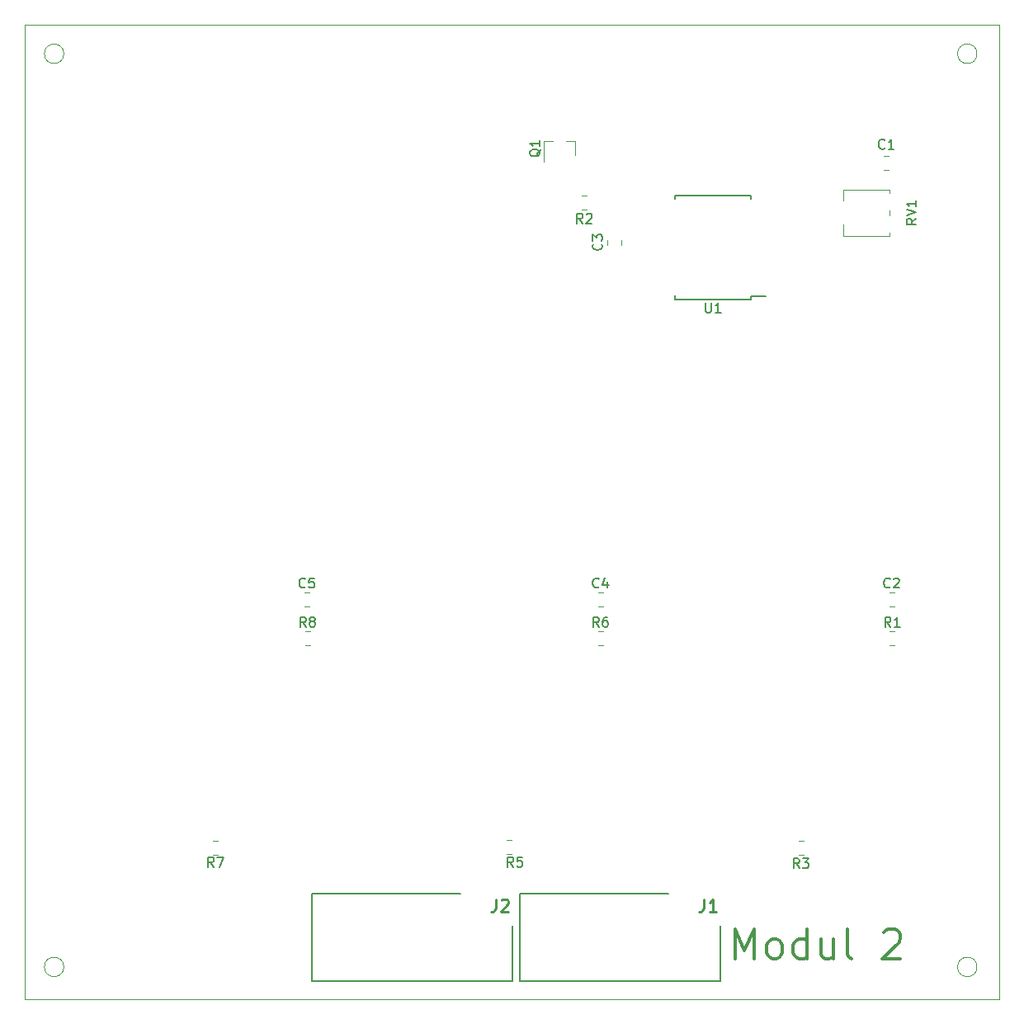
<source format=gbr>
%TF.GenerationSoftware,KiCad,Pcbnew,(5.0.0)*%
%TF.CreationDate,2020-03-24T12:10:01+01:00*%
%TF.ProjectId,Schaltplan_Modul2,536368616C74706C616E5F4D6F64756C,rev?*%
%TF.SameCoordinates,Original*%
%TF.FileFunction,Legend,Top*%
%TF.FilePolarity,Positive*%
%FSLAX46Y46*%
G04 Gerber Fmt 4.6, Leading zero omitted, Abs format (unit mm)*
G04 Created by KiCad (PCBNEW (5.0.0)) date 03/24/20 12:10:01*
%MOMM*%
%LPD*%
G01*
G04 APERTURE LIST*
%ADD10C,0.300000*%
%ADD11C,0.100000*%
%ADD12C,0.120000*%
%ADD13C,0.150000*%
%ADD14C,0.200000*%
%ADD15C,0.254000*%
G04 APERTURE END LIST*
D10*
X167136428Y-140600142D02*
X167136428Y-137600142D01*
X168136428Y-139743000D01*
X169136428Y-137600142D01*
X169136428Y-140600142D01*
X170993571Y-140600142D02*
X170707857Y-140457285D01*
X170565000Y-140314428D01*
X170422142Y-140028714D01*
X170422142Y-139171571D01*
X170565000Y-138885857D01*
X170707857Y-138743000D01*
X170993571Y-138600142D01*
X171422142Y-138600142D01*
X171707857Y-138743000D01*
X171850714Y-138885857D01*
X171993571Y-139171571D01*
X171993571Y-140028714D01*
X171850714Y-140314428D01*
X171707857Y-140457285D01*
X171422142Y-140600142D01*
X170993571Y-140600142D01*
X174565000Y-140600142D02*
X174565000Y-137600142D01*
X174565000Y-140457285D02*
X174279285Y-140600142D01*
X173707857Y-140600142D01*
X173422142Y-140457285D01*
X173279285Y-140314428D01*
X173136428Y-140028714D01*
X173136428Y-139171571D01*
X173279285Y-138885857D01*
X173422142Y-138743000D01*
X173707857Y-138600142D01*
X174279285Y-138600142D01*
X174565000Y-138743000D01*
X177279285Y-138600142D02*
X177279285Y-140600142D01*
X175993571Y-138600142D02*
X175993571Y-140171571D01*
X176136428Y-140457285D01*
X176422142Y-140600142D01*
X176850714Y-140600142D01*
X177136428Y-140457285D01*
X177279285Y-140314428D01*
X179136428Y-140600142D02*
X178850714Y-140457285D01*
X178707857Y-140171571D01*
X178707857Y-137600142D01*
X182422142Y-137885857D02*
X182565000Y-137743000D01*
X182850714Y-137600142D01*
X183565000Y-137600142D01*
X183850714Y-137743000D01*
X183993571Y-137885857D01*
X184136428Y-138171571D01*
X184136428Y-138457285D01*
X183993571Y-138885857D01*
X182279285Y-140600142D01*
X184136428Y-140600142D01*
D11*
X98285000Y-141450000D02*
G75*
G03X98285000Y-141450000I-1000000J0D01*
G01*
X191980000Y-141450000D02*
G75*
G03X191980000Y-141450000I-1000000J0D01*
G01*
X191980000Y-47755000D02*
G75*
G03X191980000Y-47755000I-1000000J0D01*
G01*
X98285000Y-47755000D02*
G75*
G03X98285000Y-47755000I-1000000J0D01*
G01*
X94285000Y-144755000D02*
X194285000Y-144755000D01*
X194285000Y-44755000D02*
X194285000Y-144755000D01*
X94285000Y-144755000D02*
X94285000Y-44755000D01*
X94285000Y-44755000D02*
X194285000Y-44755000D01*
D12*
%TO.C,C3*%
X155447000Y-67365578D02*
X155447000Y-66848422D01*
X154027000Y-67365578D02*
X154027000Y-66848422D01*
%TO.C,Q1*%
X150729000Y-56695000D02*
X150729000Y-58155000D01*
X147569000Y-56695000D02*
X147569000Y-58855000D01*
X147569000Y-56695000D02*
X148499000Y-56695000D01*
X150729000Y-56695000D02*
X149799000Y-56695000D01*
%TO.C,RV1*%
X183015000Y-66429000D02*
X178275000Y-66429000D01*
X183015000Y-61689000D02*
X178275000Y-61689000D01*
X178275000Y-65299000D02*
X178275000Y-66429000D01*
X178275000Y-61689000D02*
X178275000Y-62819000D01*
X183015000Y-63800000D02*
X183015000Y-64319000D01*
X183015000Y-61689000D02*
X183015000Y-62020000D01*
X183015000Y-66099000D02*
X183015000Y-66429000D01*
D13*
%TO.C,U1*%
X168772000Y-72665000D02*
X170297000Y-72665000D01*
X168772000Y-62290000D02*
X161022000Y-62290000D01*
X168772000Y-72940000D02*
X161022000Y-72940000D01*
X168772000Y-62290000D02*
X168772000Y-62645000D01*
X161022000Y-62290000D02*
X161022000Y-62645000D01*
X161022000Y-72940000D02*
X161022000Y-72585000D01*
X168772000Y-72940000D02*
X168772000Y-72665000D01*
D12*
%TO.C,C4*%
X153088922Y-104465000D02*
X153606078Y-104465000D01*
X153088922Y-103045000D02*
X153606078Y-103045000D01*
D14*
%TO.C,J1*%
X160325000Y-133931000D02*
X145035000Y-133931000D01*
X145035000Y-133931000D02*
X145035000Y-142881000D01*
X145035000Y-142881000D02*
X165655000Y-142881000D01*
X165655000Y-142881000D02*
X165655000Y-137211000D01*
%TO.C,J2*%
X138989000Y-133931000D02*
X123699000Y-133931000D01*
X123699000Y-133931000D02*
X123699000Y-142881000D01*
X123699000Y-142881000D02*
X144319000Y-142881000D01*
X144319000Y-142881000D02*
X144319000Y-137211000D01*
D12*
%TO.C,R7*%
X113535922Y-129920000D02*
X114053078Y-129920000D01*
X113535922Y-128500000D02*
X114053078Y-128500000D01*
%TO.C,C1*%
X182935578Y-58269000D02*
X182418422Y-58269000D01*
X182935578Y-59689000D02*
X182418422Y-59689000D01*
%TO.C,C2*%
X182963922Y-104465000D02*
X183481078Y-104465000D01*
X182963922Y-103045000D02*
X183481078Y-103045000D01*
%TO.C,C5*%
X122963922Y-104465000D02*
X123481078Y-104465000D01*
X122963922Y-103045000D02*
X123481078Y-103045000D01*
%TO.C,R8*%
X123026422Y-108465000D02*
X123543578Y-108465000D01*
X123026422Y-107045000D02*
X123543578Y-107045000D01*
%TO.C,R2*%
X151947578Y-62333000D02*
X151430422Y-62333000D01*
X151947578Y-63753000D02*
X151430422Y-63753000D01*
%TO.C,R1*%
X183026422Y-108465000D02*
X183543578Y-108465000D01*
X183026422Y-107045000D02*
X183543578Y-107045000D01*
%TO.C,R3*%
X173709922Y-129920000D02*
X174227078Y-129920000D01*
X173709922Y-128500000D02*
X174227078Y-128500000D01*
%TO.C,R5*%
X143731922Y-129846000D02*
X144249078Y-129846000D01*
X143731922Y-128426000D02*
X144249078Y-128426000D01*
%TO.C,R6*%
X153088922Y-108465000D02*
X153606078Y-108465000D01*
X153088922Y-107045000D02*
X153606078Y-107045000D01*
%TD*%
%TO.C,C3*%
D13*
X153444142Y-67273666D02*
X153491761Y-67321285D01*
X153539380Y-67464142D01*
X153539380Y-67559380D01*
X153491761Y-67702238D01*
X153396523Y-67797476D01*
X153301285Y-67845095D01*
X153110809Y-67892714D01*
X152967952Y-67892714D01*
X152777476Y-67845095D01*
X152682238Y-67797476D01*
X152587000Y-67702238D01*
X152539380Y-67559380D01*
X152539380Y-67464142D01*
X152587000Y-67321285D01*
X152634619Y-67273666D01*
X152539380Y-66940333D02*
X152539380Y-66321285D01*
X152920333Y-66654619D01*
X152920333Y-66511761D01*
X152967952Y-66416523D01*
X153015571Y-66368904D01*
X153110809Y-66321285D01*
X153348904Y-66321285D01*
X153444142Y-66368904D01*
X153491761Y-66416523D01*
X153539380Y-66511761D01*
X153539380Y-66797476D01*
X153491761Y-66892714D01*
X153444142Y-66940333D01*
%TO.C,Q1*%
X147196619Y-57550238D02*
X147149000Y-57645476D01*
X147053761Y-57740714D01*
X146910904Y-57883571D01*
X146863285Y-57978809D01*
X146863285Y-58074047D01*
X147101380Y-58026428D02*
X147053761Y-58121666D01*
X146958523Y-58216904D01*
X146768047Y-58264523D01*
X146434714Y-58264523D01*
X146244238Y-58216904D01*
X146149000Y-58121666D01*
X146101380Y-58026428D01*
X146101380Y-57835952D01*
X146149000Y-57740714D01*
X146244238Y-57645476D01*
X146434714Y-57597857D01*
X146768047Y-57597857D01*
X146958523Y-57645476D01*
X147053761Y-57740714D01*
X147101380Y-57835952D01*
X147101380Y-58026428D01*
X147101380Y-56645476D02*
X147101380Y-57216904D01*
X147101380Y-56931190D02*
X146101380Y-56931190D01*
X146244238Y-57026428D01*
X146339476Y-57121666D01*
X146387095Y-57216904D01*
%TO.C,RV1*%
X185747380Y-64654238D02*
X185271190Y-64987571D01*
X185747380Y-65225666D02*
X184747380Y-65225666D01*
X184747380Y-64844714D01*
X184795000Y-64749476D01*
X184842619Y-64701857D01*
X184937857Y-64654238D01*
X185080714Y-64654238D01*
X185175952Y-64701857D01*
X185223571Y-64749476D01*
X185271190Y-64844714D01*
X185271190Y-65225666D01*
X184747380Y-64368523D02*
X185747380Y-64035190D01*
X184747380Y-63701857D01*
X185747380Y-62844714D02*
X185747380Y-63416142D01*
X185747380Y-63130428D02*
X184747380Y-63130428D01*
X184890238Y-63225666D01*
X184985476Y-63320904D01*
X185033095Y-63416142D01*
%TO.C,U1*%
X164135095Y-73317380D02*
X164135095Y-74126904D01*
X164182714Y-74222142D01*
X164230333Y-74269761D01*
X164325571Y-74317380D01*
X164516047Y-74317380D01*
X164611285Y-74269761D01*
X164658904Y-74222142D01*
X164706523Y-74126904D01*
X164706523Y-73317380D01*
X165706523Y-74317380D02*
X165135095Y-74317380D01*
X165420809Y-74317380D02*
X165420809Y-73317380D01*
X165325571Y-73460238D01*
X165230333Y-73555476D01*
X165135095Y-73603095D01*
%TO.C,C4*%
X153180833Y-102462142D02*
X153133214Y-102509761D01*
X152990357Y-102557380D01*
X152895119Y-102557380D01*
X152752261Y-102509761D01*
X152657023Y-102414523D01*
X152609404Y-102319285D01*
X152561785Y-102128809D01*
X152561785Y-101985952D01*
X152609404Y-101795476D01*
X152657023Y-101700238D01*
X152752261Y-101605000D01*
X152895119Y-101557380D01*
X152990357Y-101557380D01*
X153133214Y-101605000D01*
X153180833Y-101652619D01*
X154037976Y-101890714D02*
X154037976Y-102557380D01*
X153799880Y-101509761D02*
X153561785Y-102224047D01*
X154180833Y-102224047D01*
%TO.C,J1*%
D15*
X163965666Y-134483523D02*
X163965666Y-135390666D01*
X163905190Y-135572095D01*
X163784238Y-135693047D01*
X163602809Y-135753523D01*
X163481857Y-135753523D01*
X165235666Y-135753523D02*
X164509952Y-135753523D01*
X164872809Y-135753523D02*
X164872809Y-134483523D01*
X164751857Y-134664952D01*
X164630904Y-134785904D01*
X164509952Y-134846380D01*
%TO.C,J2*%
X142629666Y-134483523D02*
X142629666Y-135390666D01*
X142569190Y-135572095D01*
X142448238Y-135693047D01*
X142266809Y-135753523D01*
X142145857Y-135753523D01*
X143173952Y-134604476D02*
X143234428Y-134544000D01*
X143355380Y-134483523D01*
X143657761Y-134483523D01*
X143778714Y-134544000D01*
X143839190Y-134604476D01*
X143899666Y-134725428D01*
X143899666Y-134846380D01*
X143839190Y-135027809D01*
X143113476Y-135753523D01*
X143899666Y-135753523D01*
%TO.C,R7*%
D13*
X113676333Y-131186380D02*
X113343000Y-130710190D01*
X113104904Y-131186380D02*
X113104904Y-130186380D01*
X113485857Y-130186380D01*
X113581095Y-130234000D01*
X113628714Y-130281619D01*
X113676333Y-130376857D01*
X113676333Y-130519714D01*
X113628714Y-130614952D01*
X113581095Y-130662571D01*
X113485857Y-130710190D01*
X113104904Y-130710190D01*
X114009666Y-130186380D02*
X114676333Y-130186380D01*
X114247761Y-131186380D01*
%TO.C,C1*%
X182510333Y-57431142D02*
X182462714Y-57478761D01*
X182319857Y-57526380D01*
X182224619Y-57526380D01*
X182081761Y-57478761D01*
X181986523Y-57383523D01*
X181938904Y-57288285D01*
X181891285Y-57097809D01*
X181891285Y-56954952D01*
X181938904Y-56764476D01*
X181986523Y-56669238D01*
X182081761Y-56574000D01*
X182224619Y-56526380D01*
X182319857Y-56526380D01*
X182462714Y-56574000D01*
X182510333Y-56621619D01*
X183462714Y-57526380D02*
X182891285Y-57526380D01*
X183177000Y-57526380D02*
X183177000Y-56526380D01*
X183081761Y-56669238D01*
X182986523Y-56764476D01*
X182891285Y-56812095D01*
%TO.C,C2*%
X183055833Y-102462142D02*
X183008214Y-102509761D01*
X182865357Y-102557380D01*
X182770119Y-102557380D01*
X182627261Y-102509761D01*
X182532023Y-102414523D01*
X182484404Y-102319285D01*
X182436785Y-102128809D01*
X182436785Y-101985952D01*
X182484404Y-101795476D01*
X182532023Y-101700238D01*
X182627261Y-101605000D01*
X182770119Y-101557380D01*
X182865357Y-101557380D01*
X183008214Y-101605000D01*
X183055833Y-101652619D01*
X183436785Y-101652619D02*
X183484404Y-101605000D01*
X183579642Y-101557380D01*
X183817738Y-101557380D01*
X183912976Y-101605000D01*
X183960595Y-101652619D01*
X184008214Y-101747857D01*
X184008214Y-101843095D01*
X183960595Y-101985952D01*
X183389166Y-102557380D01*
X184008214Y-102557380D01*
%TO.C,C5*%
X123055833Y-102462142D02*
X123008214Y-102509761D01*
X122865357Y-102557380D01*
X122770119Y-102557380D01*
X122627261Y-102509761D01*
X122532023Y-102414523D01*
X122484404Y-102319285D01*
X122436785Y-102128809D01*
X122436785Y-101985952D01*
X122484404Y-101795476D01*
X122532023Y-101700238D01*
X122627261Y-101605000D01*
X122770119Y-101557380D01*
X122865357Y-101557380D01*
X123008214Y-101605000D01*
X123055833Y-101652619D01*
X123960595Y-101557380D02*
X123484404Y-101557380D01*
X123436785Y-102033571D01*
X123484404Y-101985952D01*
X123579642Y-101938333D01*
X123817738Y-101938333D01*
X123912976Y-101985952D01*
X123960595Y-102033571D01*
X124008214Y-102128809D01*
X124008214Y-102366904D01*
X123960595Y-102462142D01*
X123912976Y-102509761D01*
X123817738Y-102557380D01*
X123579642Y-102557380D01*
X123484404Y-102509761D01*
X123436785Y-102462142D01*
%TO.C,R8*%
X123118333Y-106557380D02*
X122785000Y-106081190D01*
X122546904Y-106557380D02*
X122546904Y-105557380D01*
X122927857Y-105557380D01*
X123023095Y-105605000D01*
X123070714Y-105652619D01*
X123118333Y-105747857D01*
X123118333Y-105890714D01*
X123070714Y-105985952D01*
X123023095Y-106033571D01*
X122927857Y-106081190D01*
X122546904Y-106081190D01*
X123689761Y-105985952D02*
X123594523Y-105938333D01*
X123546904Y-105890714D01*
X123499285Y-105795476D01*
X123499285Y-105747857D01*
X123546904Y-105652619D01*
X123594523Y-105605000D01*
X123689761Y-105557380D01*
X123880238Y-105557380D01*
X123975476Y-105605000D01*
X124023095Y-105652619D01*
X124070714Y-105747857D01*
X124070714Y-105795476D01*
X124023095Y-105890714D01*
X123975476Y-105938333D01*
X123880238Y-105985952D01*
X123689761Y-105985952D01*
X123594523Y-106033571D01*
X123546904Y-106081190D01*
X123499285Y-106176428D01*
X123499285Y-106366904D01*
X123546904Y-106462142D01*
X123594523Y-106509761D01*
X123689761Y-106557380D01*
X123880238Y-106557380D01*
X123975476Y-106509761D01*
X124023095Y-106462142D01*
X124070714Y-106366904D01*
X124070714Y-106176428D01*
X124023095Y-106081190D01*
X123975476Y-106033571D01*
X123880238Y-105985952D01*
%TO.C,R2*%
X151522333Y-65145380D02*
X151189000Y-64669190D01*
X150950904Y-65145380D02*
X150950904Y-64145380D01*
X151331857Y-64145380D01*
X151427095Y-64193000D01*
X151474714Y-64240619D01*
X151522333Y-64335857D01*
X151522333Y-64478714D01*
X151474714Y-64573952D01*
X151427095Y-64621571D01*
X151331857Y-64669190D01*
X150950904Y-64669190D01*
X151903285Y-64240619D02*
X151950904Y-64193000D01*
X152046142Y-64145380D01*
X152284238Y-64145380D01*
X152379476Y-64193000D01*
X152427095Y-64240619D01*
X152474714Y-64335857D01*
X152474714Y-64431095D01*
X152427095Y-64573952D01*
X151855666Y-65145380D01*
X152474714Y-65145380D01*
%TO.C,R1*%
X183118333Y-106557380D02*
X182785000Y-106081190D01*
X182546904Y-106557380D02*
X182546904Y-105557380D01*
X182927857Y-105557380D01*
X183023095Y-105605000D01*
X183070714Y-105652619D01*
X183118333Y-105747857D01*
X183118333Y-105890714D01*
X183070714Y-105985952D01*
X183023095Y-106033571D01*
X182927857Y-106081190D01*
X182546904Y-106081190D01*
X184070714Y-106557380D02*
X183499285Y-106557380D01*
X183785000Y-106557380D02*
X183785000Y-105557380D01*
X183689761Y-105700238D01*
X183594523Y-105795476D01*
X183499285Y-105843095D01*
%TO.C,R3*%
X173747333Y-131313380D02*
X173414000Y-130837190D01*
X173175904Y-131313380D02*
X173175904Y-130313380D01*
X173556857Y-130313380D01*
X173652095Y-130361000D01*
X173699714Y-130408619D01*
X173747333Y-130503857D01*
X173747333Y-130646714D01*
X173699714Y-130741952D01*
X173652095Y-130789571D01*
X173556857Y-130837190D01*
X173175904Y-130837190D01*
X174080666Y-130313380D02*
X174699714Y-130313380D01*
X174366380Y-130694333D01*
X174509238Y-130694333D01*
X174604476Y-130741952D01*
X174652095Y-130789571D01*
X174699714Y-130884809D01*
X174699714Y-131122904D01*
X174652095Y-131218142D01*
X174604476Y-131265761D01*
X174509238Y-131313380D01*
X174223523Y-131313380D01*
X174128285Y-131265761D01*
X174080666Y-131218142D01*
%TO.C,R5*%
X144410333Y-131186380D02*
X144077000Y-130710190D01*
X143838904Y-131186380D02*
X143838904Y-130186380D01*
X144219857Y-130186380D01*
X144315095Y-130234000D01*
X144362714Y-130281619D01*
X144410333Y-130376857D01*
X144410333Y-130519714D01*
X144362714Y-130614952D01*
X144315095Y-130662571D01*
X144219857Y-130710190D01*
X143838904Y-130710190D01*
X145315095Y-130186380D02*
X144838904Y-130186380D01*
X144791285Y-130662571D01*
X144838904Y-130614952D01*
X144934142Y-130567333D01*
X145172238Y-130567333D01*
X145267476Y-130614952D01*
X145315095Y-130662571D01*
X145362714Y-130757809D01*
X145362714Y-130995904D01*
X145315095Y-131091142D01*
X145267476Y-131138761D01*
X145172238Y-131186380D01*
X144934142Y-131186380D01*
X144838904Y-131138761D01*
X144791285Y-131091142D01*
%TO.C,R6*%
X153180833Y-106557380D02*
X152847500Y-106081190D01*
X152609404Y-106557380D02*
X152609404Y-105557380D01*
X152990357Y-105557380D01*
X153085595Y-105605000D01*
X153133214Y-105652619D01*
X153180833Y-105747857D01*
X153180833Y-105890714D01*
X153133214Y-105985952D01*
X153085595Y-106033571D01*
X152990357Y-106081190D01*
X152609404Y-106081190D01*
X154037976Y-105557380D02*
X153847500Y-105557380D01*
X153752261Y-105605000D01*
X153704642Y-105652619D01*
X153609404Y-105795476D01*
X153561785Y-105985952D01*
X153561785Y-106366904D01*
X153609404Y-106462142D01*
X153657023Y-106509761D01*
X153752261Y-106557380D01*
X153942738Y-106557380D01*
X154037976Y-106509761D01*
X154085595Y-106462142D01*
X154133214Y-106366904D01*
X154133214Y-106128809D01*
X154085595Y-106033571D01*
X154037976Y-105985952D01*
X153942738Y-105938333D01*
X153752261Y-105938333D01*
X153657023Y-105985952D01*
X153609404Y-106033571D01*
X153561785Y-106128809D01*
%TD*%
M02*

</source>
